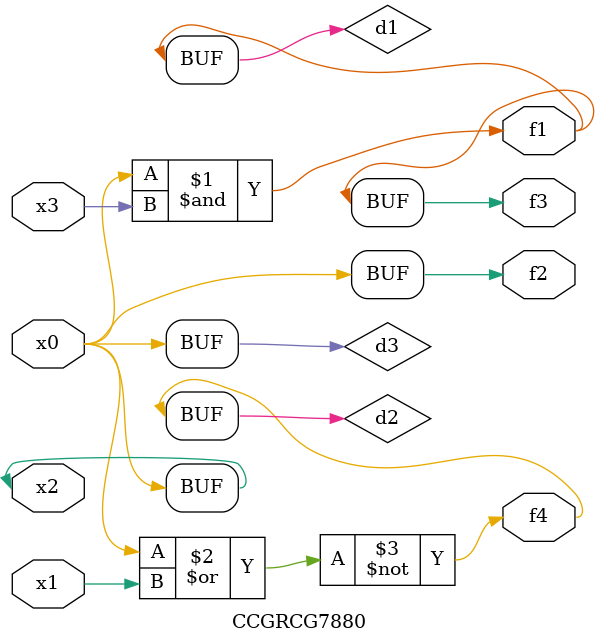
<source format=v>
module CCGRCG7880(
	input x0, x1, x2, x3,
	output f1, f2, f3, f4
);

	wire d1, d2, d3;

	and (d1, x2, x3);
	nor (d2, x0, x1);
	buf (d3, x0, x2);
	assign f1 = d1;
	assign f2 = d3;
	assign f3 = d1;
	assign f4 = d2;
endmodule

</source>
